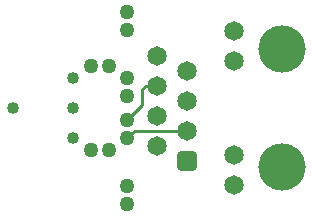
<source format=gbr>
G04 #@! TF.GenerationSoftware,KiCad,Pcbnew,8.0.6*
G04 #@! TF.CreationDate,2025-01-27T09:35:59-05:00*
G04 #@! TF.ProjectId,rj45brkout,726a3435-6272-46b6-9f75-742e6b696361,v1.1.0*
G04 #@! TF.SameCoordinates,Original*
G04 #@! TF.FileFunction,Copper,L4,Bot*
G04 #@! TF.FilePolarity,Positive*
%FSLAX46Y46*%
G04 Gerber Fmt 4.6, Leading zero omitted, Abs format (unit mm)*
G04 Created by KiCad (PCBNEW 8.0.6) date 2025-01-27 09:35:59*
%MOMM*%
%LPD*%
G01*
G04 APERTURE LIST*
G04 Aperture macros list*
%AMRoundRect*
0 Rectangle with rounded corners*
0 $1 Rounding radius*
0 $2 $3 $4 $5 $6 $7 $8 $9 X,Y pos of 4 corners*
0 Add a 4 corners polygon primitive as box body*
4,1,4,$2,$3,$4,$5,$6,$7,$8,$9,$2,$3,0*
0 Add four circle primitives for the rounded corners*
1,1,$1+$1,$2,$3*
1,1,$1+$1,$4,$5*
1,1,$1+$1,$6,$7*
1,1,$1+$1,$8,$9*
0 Add four rect primitives between the rounded corners*
20,1,$1+$1,$2,$3,$4,$5,0*
20,1,$1+$1,$4,$5,$6,$7,0*
20,1,$1+$1,$6,$7,$8,$9,0*
20,1,$1+$1,$8,$9,$2,$3,0*%
G04 Aperture macros list end*
G04 #@! TA.AperFunction,ComponentPad*
%ADD10RoundRect,0.250000X0.575500X-0.575500X0.575500X0.575500X-0.575500X0.575500X-0.575500X-0.575500X0*%
G04 #@! TD*
G04 #@! TA.AperFunction,ComponentPad*
%ADD11C,1.651000*%
G04 #@! TD*
G04 #@! TA.AperFunction,ComponentPad*
%ADD12C,4.000000*%
G04 #@! TD*
G04 #@! TA.AperFunction,ComponentPad*
%ADD13C,1.016000*%
G04 #@! TD*
G04 #@! TA.AperFunction,ComponentPad*
%ADD14C,1.270000*%
G04 #@! TD*
G04 #@! TA.AperFunction,Conductor*
%ADD15C,0.254000*%
G04 #@! TD*
G04 APERTURE END LIST*
D10*
X144250000Y-106040000D03*
D11*
X141710000Y-104770000D03*
X144250000Y-103500000D03*
X141710000Y-102230000D03*
X144250000Y-100960000D03*
X141710000Y-99690000D03*
X144250000Y-98420000D03*
X141710000Y-97150000D03*
X148250000Y-95070000D03*
X148250000Y-97610000D03*
X148250000Y-105590000D03*
X148250000Y-108130000D03*
D12*
X152250000Y-106600000D03*
X152250000Y-96600000D03*
D13*
X129540000Y-101600000D03*
X134620000Y-101600000D03*
X134620000Y-99060000D03*
X134620000Y-104140000D03*
D14*
X136144000Y-98044000D03*
X137668000Y-98044000D03*
X139192000Y-99060000D03*
X139192000Y-100584000D03*
X139192000Y-102616000D03*
X139192000Y-104140000D03*
X137668000Y-105156000D03*
X136144000Y-105156000D03*
X139192000Y-109728000D03*
X139192000Y-108204000D03*
X139192000Y-94996000D03*
X139192000Y-93472000D03*
D15*
X139832000Y-103500000D02*
X139827000Y-103505000D01*
X144250000Y-103500000D02*
X139832000Y-103500000D01*
X139827000Y-103505000D02*
X139192000Y-104140000D01*
X140462000Y-101346000D02*
X139192000Y-102616000D01*
X141710000Y-99690000D02*
X140721000Y-99690000D01*
X140462000Y-99949000D02*
X140462000Y-101346000D01*
X140721000Y-99690000D02*
X140462000Y-99949000D01*
M02*

</source>
